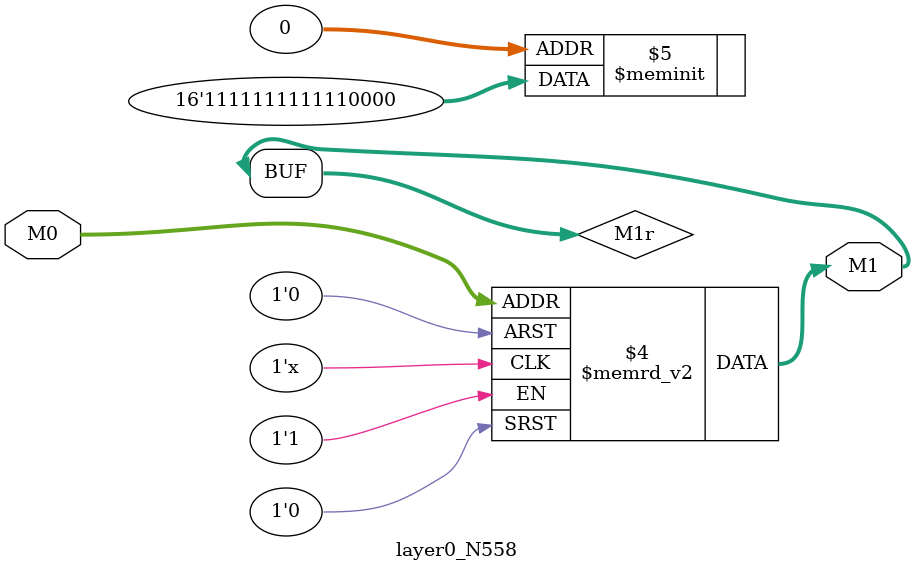
<source format=v>
module layer0_N558 ( input [2:0] M0, output [1:0] M1 );

	(*rom_style = "distributed" *) reg [1:0] M1r;
	assign M1 = M1r;
	always @ (M0) begin
		case (M0)
			3'b000: M1r = 2'b00;
			3'b100: M1r = 2'b11;
			3'b010: M1r = 2'b11;
			3'b110: M1r = 2'b11;
			3'b001: M1r = 2'b00;
			3'b101: M1r = 2'b11;
			3'b011: M1r = 2'b11;
			3'b111: M1r = 2'b11;

		endcase
	end
endmodule

</source>
